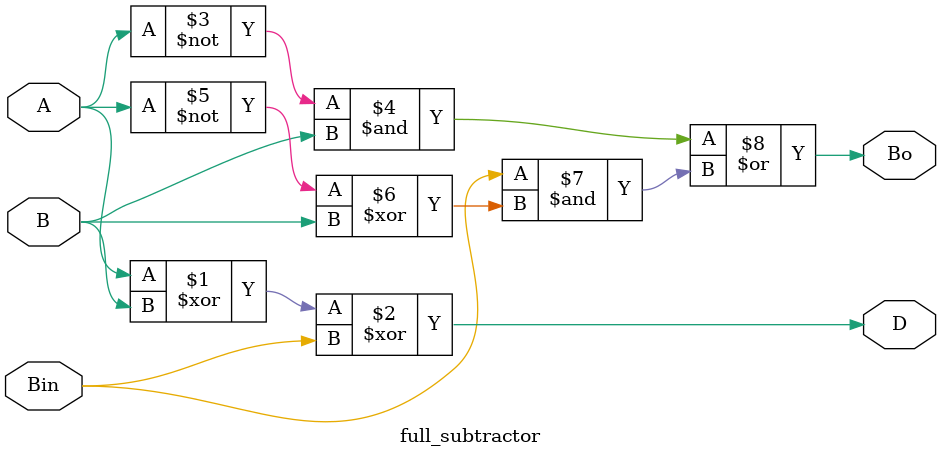
<source format=v>
module full_subtractor(input A,B,Bin,output D,Bo);
  assign D=A^B^Bin;
  assign Bo=(~A&B)| (Bin & ((~A)^B));
endmodule
  


</source>
